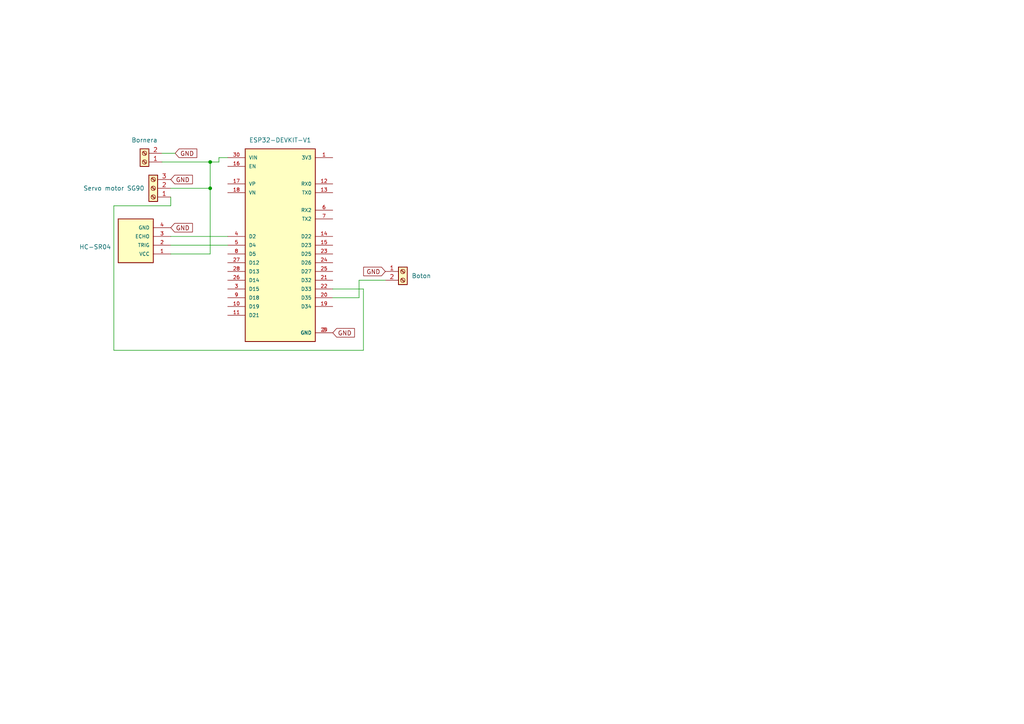
<source format=kicad_sch>
(kicad_sch (version 20231120) (generator "eeschema") (generator_version "8.0")
  (paper "A4")
  (lib_symbols
    (symbol "Connector:Screw_Terminal_01x02" (pin_names (offset 1.016) hide)
      (property "Reference" "J" (at 0 2.54 0))
      (property "Value" "Screw_Terminal_01x02" (at 0 -5.08 0))
      (symbol "Screw_Terminal_01x02_1_1"
        (rectangle (start -1.27 1.27) (end 1.27 -3.81) (stroke (width 0.254)) (fill (type background)))
        (circle (center 0 -2.54) (radius 0.635) (stroke (width 0.1524)))
        (polyline (pts (xy -0.5334 -2.2098) (xy 0.3302 -3.048)) (stroke (width 0.1524)))
        (polyline (pts (xy -0.5334 0.3302) (xy 0.3302 -0.508)) (stroke (width 0.1524)))
        (polyline (pts (xy -0.3556 -2.032) (xy 0.508 -2.8702)) (stroke (width 0.1524)))
        (polyline (pts (xy -0.3556 0.508) (xy 0.508 -0.3302)) (stroke (width 0.1524)))
        (circle (center 0 0) (radius 0.635) (stroke (width 0.1524)))
        (pin passive line (at -5.08 0 0) (length 3.81) (name "Pin_1") (number "1"))
        (pin passive line (at -5.08 -2.54 0) (length 3.81) (name "Pin_2") (number "2"))
      )
    )
    (symbol "Connector:Screw_Terminal_01x03" (pin_names (offset 1.016) hide)
      (property "Reference" "J" (at 0 5.08 0))
      (property "Value" "Screw_Terminal_01x03" (at 0 -5.08 0))
      (symbol "Screw_Terminal_01x03_1_1"
        (rectangle (start -1.27 3.81) (end 1.27 -3.81) (stroke (width 0.254)) (fill (type background)))
        (circle (center 0 -2.54) (radius 0.635) (stroke (width 0.1524)))
        (polyline (pts (xy -0.5334 -2.2098) (xy 0.3302 -3.048)) (stroke (width 0.1524)))
        (polyline (pts (xy -0.5334 0.3302) (xy 0.3302 -0.508)) (stroke (width 0.1524)))
        (polyline (pts (xy -0.5334 2.8702) (xy 0.3302 2.032)) (stroke (width 0.1524)))
        (polyline (pts (xy -0.3556 -2.032) (xy 0.508 -2.8702)) (stroke (width 0.1524)))
        (polyline (pts (xy -0.3556 0.508) (xy 0.508 -0.3302)) (stroke (width 0.1524)))
        (polyline (pts (xy -0.3556 3.048) (xy 0.508 2.2098)) (stroke (width 0.1524)))
        (circle (center 0 0) (radius 0.635) (stroke (width 0.1524)))
        (circle (center 0 2.54) (radius 0.635) (stroke (width 0.1524)))
        (pin passive line (at -5.08 2.54 0) (length 3.81) (name "Pin_1") (number "1"))
        (pin passive line (at -5.08 0 0) (length 3.81) (name "Pin_2") (number "2"))
        (pin passive line (at -5.08 -2.54 0) (length 3.81) (name "Pin_3") (number "3"))
      )
    )
    (symbol "ESP32-DEVKIT-V1:ESP32-DEVKIT-V1" (pin_names (offset 1.016))
      (property "Reference" "U" (at -10.16 30.48 0))
      (property "Value" "ESP32-DEVKIT-V1" (at -10.16 -30.48 0))
      (symbol "ESP32-DEVKIT-V1_0_0"
        (rectangle (start -10.16 -27.94) (end 10.16 27.94) (stroke (width 0.254)) (fill (type background)))
        (pin output line (at 15.24 25.4 180) (length 5.08) (name "3V3") (number "1"))
        (pin bidirectional line (at -15.24 -17.78 0) (length 5.08) (name "D19") (number "10"))
        (pin bidirectional line (at -15.24 -20.32 0) (length 5.08) (name "D21") (number "11"))
        (pin input line (at 15.24 17.78 180) (length 5.08) (name "RX0") (number "12"))
        (pin output line (at 15.24 15.24 180) (length 5.08) (name "TX0") (number "13"))
        (pin bidirectional line (at 15.24 2.54 180) (length 5.08) (name "D22") (number "14"))
        (pin bidirectional line (at 15.24 0 180) (length 5.08) (name "D23") (number "15"))
        (pin input line (at -15.24 22.86 0) (length 5.08) (name "EN") (number "16"))
        (pin bidirectional line (at -15.24 17.78 0) (length 5.08) (name "VP") (number "17"))
        (pin bidirectional line (at -15.24 15.24 0) (length 5.08) (name "VN") (number "18"))
        (pin bidirectional line (at 15.24 -17.78 180) (length 5.08) (name "D34") (number "19"))
        (pin power_in line (at 15.24 -25.4 180) (length 5.08) (name "GND") (number "2"))
        (pin bidirectional line (at 15.24 -15.24 180) (length 5.08) (name "D35") (number "20"))
        (pin bidirectional line (at 15.24 -10.16 180) (length 5.08) (name "D32") (number "21"))
        (pin bidirectional line (at 15.24 -12.7 180) (length 5.08) (name "D33") (number "22"))
        (pin bidirectional line (at 15.24 -2.54 180) (length 5.08) (name "D25") (number "23"))
        (pin bidirectional line (at 15.24 -5.08 180) (length 5.08) (name "D26") (number "24"))
        (pin bidirectional line (at 15.24 -7.62 180) (length 5.08) (name "D27") (number "25"))
        (pin bidirectional line (at -15.24 -10.16 0) (length 5.08) (name "D14") (number "26"))
        (pin bidirectional line (at -15.24 -5.08 0) (length 5.08) (name "D12") (number "27"))
        (pin bidirectional line (at -15.24 -7.62 0) (length 5.08) (name "D13") (number "28"))
        (pin power_in line (at 15.24 -25.4 180) (length 5.08) (name "GND") (number "29"))
        (pin bidirectional line (at -15.24 -12.7 0) (length 5.08) (name "D15") (number "3"))
        (pin input line (at -15.24 25.4 0) (length 5.08) (name "VIN") (number "30"))
        (pin bidirectional line (at -15.24 2.54 0) (length 5.08) (name "D2") (number "4"))
        (pin bidirectional line (at -15.24 0 0) (length 5.08) (name "D4") (number "5"))
        (pin input line (at 15.24 10.16 180) (length 5.08) (name "RX2") (number "6"))
        (pin output line (at 15.24 7.62 180) (length 5.08) (name "TX2") (number "7"))
        (pin bidirectional line (at -15.24 -2.54 0) (length 5.08) (name "D5") (number "8"))
        (pin bidirectional line (at -15.24 -15.24 0) (length 5.08) (name "D18") (number "9"))
      )
    )
    (symbol "HC-SR04:HC-SR04" (pin_names (offset 1.016))
      (property "Reference" "U" (at 0 5.0813 0))
      (property "Value" "HC-SR04" (at 0 -10.163 0))
      (symbol "HC-SR04_0_0"
        (rectangle (start 0 -7.62) (end 10.16 5.08) (stroke (width 0.254)) (fill (type background)))
        (pin power_in line (at -5.08 2.54 0) (length 5.08) (name "VCC") (number "1"))
        (pin bidirectional line (at -5.08 0 0) (length 5.08) (name "TRIG") (number "2"))
        (pin bidirectional line (at -5.08 -2.54 0) (length 5.08) (name "ECHO") (number "3"))
        (pin power_in line (at -5.08 -5.08 0) (length 5.08) (name "GND") (number "4"))
      )
    )
  )
  (junction (at 60.96 46.99))
  (junction (at 60.96 54.61))
  (wire (pts (xy 60.96 46.99) (xy 60.96 54.61)))
  (wire (pts (xy 105.41 83.82) (xy 96.52 83.82)))
  (wire (pts (xy 60.96 46.99) (xy 63.5 46.99)))
  (wire (pts (xy 63.5 45.72) (xy 66.04 45.72)))
  (wire (pts (xy 49.53 68.58) (xy 66.04 68.58)))
  (wire (pts (xy 49.53 59.69) (xy 33.02 59.69)))
  (wire (pts (xy 111.76 81.28) (xy 104.14 81.28)))
  (wire (pts (xy 105.41 101.6) (xy 105.41 83.82)))
  (wire (pts (xy 49.53 54.61) (xy 60.96 54.61)))
  (wire (pts (xy 104.14 81.28) (xy 104.14 86.36)))
  (wire (pts (xy 33.02 101.6) (xy 105.41 101.6)))
  (wire (pts (xy 49.53 73.66) (xy 60.96 73.66)))
  (wire (pts (xy 46.99 44.45) (xy 50.8 44.45)))
  (wire (pts (xy 46.99 46.99) (xy 60.96 46.99)))
  (wire (pts (xy 60.96 54.61) (xy 60.96 73.66)))
  (wire (pts (xy 49.53 57.15) (xy 49.53 59.69)))
  (wire (pts (xy 63.5 46.99) (xy 63.5 45.72)))
  (wire (pts (xy 33.02 59.69) (xy 33.02 101.6)))
  (wire (pts (xy 49.53 71.12) (xy 66.04 71.12)))
  (wire (pts (xy 104.14 86.36) (xy 96.52 86.36)))
  (global_label "GND" (shape input) (at 96.52 96.52 0) (property "Intersheetrefs" "${INTERSHEET_REFS}" (effects (hide yes))))
  (global_label "GND" (shape input) (at 49.53 52.07 0) (property "Intersheetrefs" "${INTERSHEET_REFS}" (effects (hide yes))))
  (global_label "GND" (shape input) (at 111.76 78.74 180) (property "Intersheetrefs" "${INTERSHEET_REFS}" (effects (hide yes))))
  (global_label "GND" (shape input) (at 50.8 44.45 0) (property "Intersheetrefs" "${INTERSHEET_REFS}" (effects (hide yes))))
  (global_label "GND" (shape input) (at 49.53 66.04 0) (property "Intersheetrefs" "${INTERSHEET_REFS}" (effects (hide yes))))
  (symbol (lib_id "HC-SR04:HC-SR04") (at 44.45 71.12 180) (unit 1)
    (property "Reference" "U2" (effects (hide yes)))
    (property "Value" "HC-SR04" (at 32.258 71.628 0) (effects (justify left)))
    (property "Footprint" "TerminalBlock:TerminalBlock_bornier-4_P5.08mm" (effects (hide yes)))
    (property "MF" "OSEPP Electronics LTD" (effects (hide yes)))
    (property "Description_1" "\n                        \n                            Ultrasonic Sensor Module,Rectangular,20-4000 mm,5 V,15 mA,Arduino Compatible | OSEPP HC-SR04\n                        \n" (effects (hide yes)))
    (property "Package" "None" (effects (hide yes)))
    (property "Price" "None" (effects (hide yes)))
    (property "Check_prices" "https://www.snapeda.com/parts/HC-SR04/OSEPP/view-part/?ref=eda" (effects (hide yes)))
    (property "SnapEDA_Link" "https://www.snapeda.com/parts/HC-SR04/OSEPP/view-part/?ref=snap" (effects (hide yes)))
    (property "MP" "HC-SR04" (effects (hide yes)))
    (property "Availability" "In Stock" (effects (hide yes)))
    (property "MANUFACTURER" "Osepp" (effects (hide yes)))
  )
  (symbol (lib_id "Connector:Screw_Terminal_01x02") (at 116.84 78.74 0) (unit 1)
    (property "Reference" "J3" (effects (hide yes)))
    (property "Value" "Boton" (at 119.38 80.0099 0) (effects (justify left)))
    (property "Footprint" "TerminalBlock:TerminalBlock_bornier-2_P5.08mm" (effects (hide yes)))
    (property "Description" "Generic screw terminal, single row, 01x02, script generated (kicad-library-utils/schlib/autogen/connector/)" (effects (hide yes)))
  )
  (symbol (lib_id "ESP32-DEVKIT-V1:ESP32-DEVKIT-V1") (at 81.28 71.12 0) (unit 1)
    (property "Reference" "U1" (effects (hide yes)))
    (property "Value" "ESP32-DEVKIT-V1" (at 81.28 40.64 0))
    (property "Footprint" "ESP32-DEVKIT-V1:MODULE_ESP32_DEVKIT_V1" (effects (hide yes)))
    (property "MF" "Do it" (effects (hide yes)))
    (property "MAXIMUM_PACKAGE_HEIGHT" "6.8 mm" (effects (hide yes)))
    (property "Package" "None" (effects (hide yes)))
    (property "Price" "None" (effects (hide yes)))
    (property "Check_prices" "https://www.snapeda.com/parts/ESP32-DEVKIT-V1/Do+it/view-part/?ref=eda" (effects (hide yes)))
    (property "STANDARD" "Manufacturer Recommendations" (effects (hide yes)))
    (property "PARTREV" "N/A" (effects (hide yes)))
    (property "SnapEDA_Link" "https://www.snapeda.com/parts/ESP32-DEVKIT-V1/Do+it/view-part/?ref=snap" (effects (hide yes)))
    (property "MP" "ESP32-DEVKIT-V1" (effects (hide yes)))
    (property "Description_1" "\n                        \n                            Dual core, Wi-Fi: 2.4 GHz up to 150 Mbits/s,BLE (Bluetooth Low Energy) and legacy Bluetooth, 32 bits, Up to 240 MHz\n                        \n" (effects (hide yes)))
    (property "Availability" "Not in stock" (effects (hide yes)))
    (property "MANUFACTURER" "DOIT" (effects (hide yes)))
  )
  (symbol (lib_id "Connector:Screw_Terminal_01x03") (at 44.45 54.61 180) (unit 1)
    (property "Reference" "J2" (effects (hide yes)))
    (property "Value" "Servo motor SG90" (at 41.91 54.6101 0) (effects (justify left)))
    (property "Footprint" "TerminalBlock:TerminalBlock_bornier-3_P5.08mm" (effects (hide yes)))
    (property "Description" "Generic screw terminal, single row, 01x03, script generated (kicad-library-utils/schlib/autogen/connector/)" (effects (hide yes)))
  )
  (symbol (lib_id "Connector:Screw_Terminal_01x02") (at 41.91 46.99 180) (unit 1)
    (property "Reference" "J1" (effects (hide yes)))
    (property "Value" "Bornera" (at 41.91 40.64 0))
    (property "Footprint" "TerminalBlock:TerminalBlock_bornier-2_P5.08mm" (effects (hide yes)))
    (property "Description" "Generic screw terminal, single row, 01x02, script generated (kicad-library-utils/schlib/autogen/connector/)" (effects (hide yes)))
  )
)
</source>
